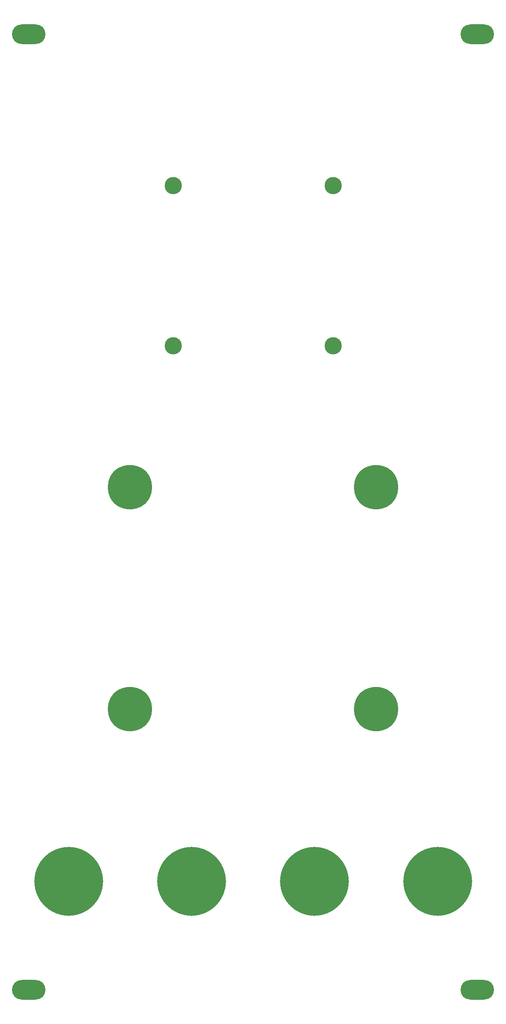
<source format=gbr>
G04 #@! TF.GenerationSoftware,KiCad,Pcbnew,5.1.10-88a1d61d58~90~ubuntu20.04.1*
G04 #@! TF.CreationDate,2021-10-02T19:54:06-04:00*
G04 #@! TF.ProjectId,joystick_panel,6a6f7973-7469-4636-9b5f-70616e656c2e,rev?*
G04 #@! TF.SameCoordinates,Original*
G04 #@! TF.FileFunction,Soldermask,Top*
G04 #@! TF.FilePolarity,Negative*
%FSLAX46Y46*%
G04 Gerber Fmt 4.6, Leading zero omitted, Abs format (unit mm)*
G04 Created by KiCad (PCBNEW 5.1.10-88a1d61d58~90~ubuntu20.04.1) date 2021-10-02 19:54:06*
%MOMM*%
%LPD*%
G01*
G04 APERTURE LIST*
%ADD10C,3.500000*%
%ADD11C,9.000000*%
%ADD12C,14.000000*%
%ADD13O,6.800000X4.000000*%
G04 APERTURE END LIST*
D10*
X82350000Y-73850000D03*
X49850000Y-73850000D03*
X82350000Y-41350000D03*
X49850000Y-41350000D03*
D11*
X91100000Y-147600000D03*
X41100000Y-147600000D03*
X91100000Y-102600000D03*
X41100000Y-102600000D03*
D12*
X53600000Y-182600000D03*
X103600000Y-182600000D03*
X28600000Y-182600000D03*
D13*
X111700000Y-204600000D03*
X111700000Y-10600000D03*
X20500000Y-10600000D03*
X20500000Y-204600000D03*
D12*
X78600000Y-182600000D03*
M02*

</source>
